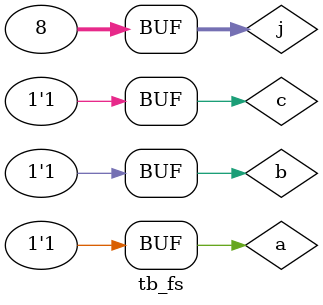
<source format=v>
module full_sb(input a,b,c,output reg d,bo);
  reg[2:0]inputs;
  always@(*)begin
    inputs = {a,b,c};
    case(inputs)
      3'b000: 
            begin 
              d=0; bo=0; 
            end 
          3'b001:
            begin
              d=1; bo=1; 
            end 
          3'b010: 
            begin 
              d=1; bo=1;
            end
          3'b011:
            begin 
              d=0; bo=1; 
            end 
          3'b100:
            begin 
              d=1; bo=0;
            end 
          3'b101:
            begin 
              d=0; bo=0;
            end 
          3'b110:
            begin 
              d=0; bo=0;
            end 
          3'b111:
            begin
              d=1; bo=1;
            end 
        endcase
  end
endmodule

module tb_fs();
  reg a, b, c;
  wire s, co; 

  full_sb dut(.a(a), .b(b), .c(c), .d(d), .bo(bo));
  integer j;
  
  initial begin
    $monitor("time=%0t a=%b b=%b c=%b | d=%b bo=%b", 
              $time, a, b, c, d, bo);
    for (j = 0; j < 8; j = j + 1) begin // apply all combinations with for loop
      {a, b, c} = j; 
      #10; 
    end
  end

  initial begin
    $dumpfile("dump.vcd");
    $dumpvars(0, tb_fs);
  end
endmodule
</source>
